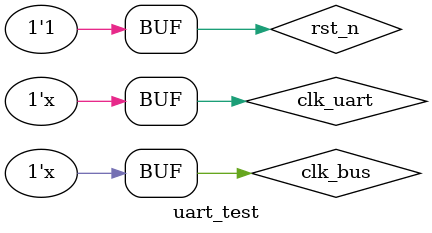
<source format=v>
`timescale 1ns/100ps
module uart_test();

/*autodef*/
reg [3:0]bus_address;
reg bus_read;
reg clk_bus;
wire txd;
reg rxd;
reg bus_write;
reg rst_n;
reg [31:0]bus_data_i;
wire [31:0]bus_data_o;
reg clk_uart;
uart_top uart_t(/*autoinst*/
      .bus_data_o(bus_data_o[31:0]),
      .txd(txd),
      .clk_bus(clk_bus),
      .clk_uart(clk_uart),
      .rst_n(rst_n),
      .bus_address(bus_address[3:0]),
      .bus_data_i(bus_data_i[31:0]),
      .bus_read(bus_read),
      .bus_write(bus_write),
      .rxd(rxd));

initial begin
    rst_n=1'b0;
    clk_bus=1'b0;
    clk_uart=1'b0;
    #49 rst_n=1'b1;
end

always begin
    #10 clk_bus = ~clk_bus;
end

always begin
    #45 clk_uart = ~clk_uart;
end

//glitch test
/*
always begin
  #9000 rxd <= 1'b0;
  #1000 rxd <= 1'b1;
end
*/
always @(*) begin
  rxd <= txd;
end

reg[4:0] state;
reg[7:0] next_data[7:0];
reg[2:0] data_ptr;
reg read_tricky;
always @(posedge clk_bus or negedge rst_n) begin
  if (!rst_n) begin
      state <= 5'd0;
      bus_read <= 1'b0;
      bus_write <= 1'b0;
      data_ptr <= 'd0;
      read_tricky <= 1'b1;
      next_data[0] <= 8'haa;
      next_data[1] <= 8'h00;
      next_data[2] <= 8'h55;
      next_data[3] <= 8'hff;
      next_data[4] <= 8'h01;
      next_data[5] <= 8'h80;
      next_data[6] <= 8'h92;
      next_data[7] <= 8'ha7;
  end
  else begin
    case(state)
    5'd0: begin
      bus_address <= 32'h1; //REG_UART_STATUS
      bus_read <= 1'b1;
      bus_write <= 1'b0;
      bus_data_i <= 32'b0;
      read_tricky <= 1'b0;//~read_tricky;
      if(read_tricky)
        state<=5'd1;
      else
        state<=5'd2;
    end
    5'd1: begin
      if(bus_data_o[0]==1'b1) begin
        //tx idle

        bus_address <= 32'h0; //REG_UART_SEND
        bus_read <= 1'b0;
        bus_write <= 1'b1;
        bus_data_i <= next_data[data_ptr];
        data_ptr <= data_ptr+1;
        state <= 5'd0;
      end
    end
    5'd2: begin
      if(bus_data_o[1]==1'b1) begin
        bus_address <= 32'h1; //REG_UART_STATUS
        bus_read <= 1'b0;
        bus_write <= 1'b1;
        bus_data_i <= 32'b10;
        state <= 5'd3;
      end
    end
    5'd3: begin
      bus_address <= 32'h2; //REG_UART_RECV
      bus_read <= 1'b1;
      bus_write <= 1'b0;
      bus_data_i <= 32'b0;
      state<=5'd4;
    end
    5'd4: begin
      $display("received: %x", bus_data_o);
      bus_address <= 32'h1; //REG_UART_STATUS
      bus_read <= 1'b1;
      bus_write <= 1'b0;
      bus_data_i <= 32'b0;
      state <=5'd1;
    end
    endcase
  end
end

endmodule

</source>
